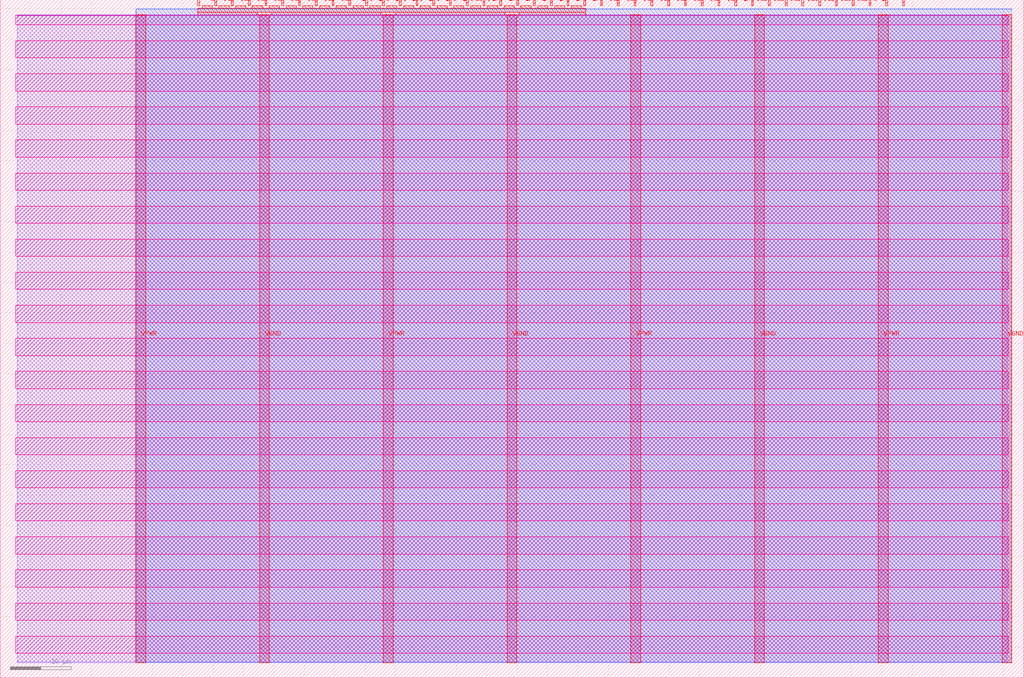
<source format=lef>
VERSION 5.7 ;
  NOWIREEXTENSIONATPIN ON ;
  DIVIDERCHAR "/" ;
  BUSBITCHARS "[]" ;
MACRO tt_um_wokwi_380409086743445505
  CLASS BLOCK ;
  FOREIGN tt_um_wokwi_380409086743445505 ;
  ORIGIN 0.000 0.000 ;
  SIZE 168.360 BY 111.520 ;
  PIN VGND
    DIRECTION INOUT ;
    USE GROUND ;
    PORT
      LAYER met4 ;
        RECT 42.670 2.480 44.270 109.040 ;
    END
    PORT
      LAYER met4 ;
        RECT 83.380 2.480 84.980 109.040 ;
    END
    PORT
      LAYER met4 ;
        RECT 124.090 2.480 125.690 109.040 ;
    END
    PORT
      LAYER met4 ;
        RECT 164.800 2.480 166.400 109.040 ;
    END
  END VGND
  PIN VPWR
    DIRECTION INOUT ;
    USE POWER ;
    PORT
      LAYER met4 ;
        RECT 22.315 2.480 23.915 109.040 ;
    END
    PORT
      LAYER met4 ;
        RECT 63.025 2.480 64.625 109.040 ;
    END
    PORT
      LAYER met4 ;
        RECT 103.735 2.480 105.335 109.040 ;
    END
    PORT
      LAYER met4 ;
        RECT 144.445 2.480 146.045 109.040 ;
    END
  END VPWR
  PIN clk
    DIRECTION INPUT ;
    USE SIGNAL ;
    PORT
      LAYER met4 ;
        RECT 145.670 110.520 145.970 111.520 ;
    END
  END clk
  PIN ena
    DIRECTION INPUT ;
    USE SIGNAL ;
    PORT
      LAYER met4 ;
        RECT 148.430 110.520 148.730 111.520 ;
    END
  END ena
  PIN rst_n
    DIRECTION INPUT ;
    USE SIGNAL ;
    PORT
      LAYER met4 ;
        RECT 142.910 110.520 143.210 111.520 ;
    END
  END rst_n
  PIN ui_in[0]
    DIRECTION INPUT ;
    USE SIGNAL ;
    PORT
      LAYER met4 ;
        RECT 140.150 110.520 140.450 111.520 ;
    END
  END ui_in[0]
  PIN ui_in[1]
    DIRECTION INPUT ;
    USE SIGNAL ;
    PORT
      LAYER met4 ;
        RECT 137.390 110.520 137.690 111.520 ;
    END
  END ui_in[1]
  PIN ui_in[2]
    DIRECTION INPUT ;
    USE SIGNAL ;
    PORT
      LAYER met4 ;
        RECT 134.630 110.520 134.930 111.520 ;
    END
  END ui_in[2]
  PIN ui_in[3]
    DIRECTION INPUT ;
    USE SIGNAL ;
    PORT
      LAYER met4 ;
        RECT 131.870 110.520 132.170 111.520 ;
    END
  END ui_in[3]
  PIN ui_in[4]
    DIRECTION INPUT ;
    USE SIGNAL ;
    PORT
      LAYER met4 ;
        RECT 129.110 110.520 129.410 111.520 ;
    END
  END ui_in[4]
  PIN ui_in[5]
    DIRECTION INPUT ;
    USE SIGNAL ;
    PORT
      LAYER met4 ;
        RECT 126.350 110.520 126.650 111.520 ;
    END
  END ui_in[5]
  PIN ui_in[6]
    DIRECTION INPUT ;
    USE SIGNAL ;
    PORT
      LAYER met4 ;
        RECT 123.590 110.520 123.890 111.520 ;
    END
  END ui_in[6]
  PIN ui_in[7]
    DIRECTION INPUT ;
    USE SIGNAL ;
    PORT
      LAYER met4 ;
        RECT 120.830 110.520 121.130 111.520 ;
    END
  END ui_in[7]
  PIN uio_in[0]
    DIRECTION INPUT ;
    USE SIGNAL ;
    PORT
      LAYER met4 ;
        RECT 118.070 110.520 118.370 111.520 ;
    END
  END uio_in[0]
  PIN uio_in[1]
    DIRECTION INPUT ;
    USE SIGNAL ;
    PORT
      LAYER met4 ;
        RECT 115.310 110.520 115.610 111.520 ;
    END
  END uio_in[1]
  PIN uio_in[2]
    DIRECTION INPUT ;
    USE SIGNAL ;
    PORT
      LAYER met4 ;
        RECT 112.550 110.520 112.850 111.520 ;
    END
  END uio_in[2]
  PIN uio_in[3]
    DIRECTION INPUT ;
    USE SIGNAL ;
    PORT
      LAYER met4 ;
        RECT 109.790 110.520 110.090 111.520 ;
    END
  END uio_in[3]
  PIN uio_in[4]
    DIRECTION INPUT ;
    USE SIGNAL ;
    PORT
      LAYER met4 ;
        RECT 107.030 110.520 107.330 111.520 ;
    END
  END uio_in[4]
  PIN uio_in[5]
    DIRECTION INPUT ;
    USE SIGNAL ;
    PORT
      LAYER met4 ;
        RECT 104.270 110.520 104.570 111.520 ;
    END
  END uio_in[5]
  PIN uio_in[6]
    DIRECTION INPUT ;
    USE SIGNAL ;
    PORT
      LAYER met4 ;
        RECT 101.510 110.520 101.810 111.520 ;
    END
  END uio_in[6]
  PIN uio_in[7]
    DIRECTION INPUT ;
    USE SIGNAL ;
    PORT
      LAYER met4 ;
        RECT 98.750 110.520 99.050 111.520 ;
    END
  END uio_in[7]
  PIN uio_oe[0]
    DIRECTION OUTPUT TRISTATE ;
    USE SIGNAL ;
    PORT
      LAYER met4 ;
        RECT 51.830 110.520 52.130 111.520 ;
    END
  END uio_oe[0]
  PIN uio_oe[1]
    DIRECTION OUTPUT TRISTATE ;
    USE SIGNAL ;
    PORT
      LAYER met4 ;
        RECT 49.070 110.520 49.370 111.520 ;
    END
  END uio_oe[1]
  PIN uio_oe[2]
    DIRECTION OUTPUT TRISTATE ;
    USE SIGNAL ;
    PORT
      LAYER met4 ;
        RECT 46.310 110.520 46.610 111.520 ;
    END
  END uio_oe[2]
  PIN uio_oe[3]
    DIRECTION OUTPUT TRISTATE ;
    USE SIGNAL ;
    PORT
      LAYER met4 ;
        RECT 43.550 110.520 43.850 111.520 ;
    END
  END uio_oe[3]
  PIN uio_oe[4]
    DIRECTION OUTPUT TRISTATE ;
    USE SIGNAL ;
    PORT
      LAYER met4 ;
        RECT 40.790 110.520 41.090 111.520 ;
    END
  END uio_oe[4]
  PIN uio_oe[5]
    DIRECTION OUTPUT TRISTATE ;
    USE SIGNAL ;
    PORT
      LAYER met4 ;
        RECT 38.030 110.520 38.330 111.520 ;
    END
  END uio_oe[5]
  PIN uio_oe[6]
    DIRECTION OUTPUT TRISTATE ;
    USE SIGNAL ;
    PORT
      LAYER met4 ;
        RECT 35.270 110.520 35.570 111.520 ;
    END
  END uio_oe[6]
  PIN uio_oe[7]
    DIRECTION OUTPUT TRISTATE ;
    USE SIGNAL ;
    PORT
      LAYER met4 ;
        RECT 32.510 110.520 32.810 111.520 ;
    END
  END uio_oe[7]
  PIN uio_out[0]
    DIRECTION OUTPUT TRISTATE ;
    USE SIGNAL ;
    PORT
      LAYER met4 ;
        RECT 73.910 110.520 74.210 111.520 ;
    END
  END uio_out[0]
  PIN uio_out[1]
    DIRECTION OUTPUT TRISTATE ;
    USE SIGNAL ;
    PORT
      LAYER met4 ;
        RECT 71.150 110.520 71.450 111.520 ;
    END
  END uio_out[1]
  PIN uio_out[2]
    DIRECTION OUTPUT TRISTATE ;
    USE SIGNAL ;
    PORT
      LAYER met4 ;
        RECT 68.390 110.520 68.690 111.520 ;
    END
  END uio_out[2]
  PIN uio_out[3]
    DIRECTION OUTPUT TRISTATE ;
    USE SIGNAL ;
    PORT
      LAYER met4 ;
        RECT 65.630 110.520 65.930 111.520 ;
    END
  END uio_out[3]
  PIN uio_out[4]
    DIRECTION OUTPUT TRISTATE ;
    USE SIGNAL ;
    PORT
      LAYER met4 ;
        RECT 62.870 110.520 63.170 111.520 ;
    END
  END uio_out[4]
  PIN uio_out[5]
    DIRECTION OUTPUT TRISTATE ;
    USE SIGNAL ;
    PORT
      LAYER met4 ;
        RECT 60.110 110.520 60.410 111.520 ;
    END
  END uio_out[5]
  PIN uio_out[6]
    DIRECTION OUTPUT TRISTATE ;
    USE SIGNAL ;
    PORT
      LAYER met4 ;
        RECT 57.350 110.520 57.650 111.520 ;
    END
  END uio_out[6]
  PIN uio_out[7]
    DIRECTION OUTPUT TRISTATE ;
    USE SIGNAL ;
    PORT
      LAYER met4 ;
        RECT 54.590 110.520 54.890 111.520 ;
    END
  END uio_out[7]
  PIN uo_out[0]
    DIRECTION OUTPUT TRISTATE ;
    USE SIGNAL ;
    PORT
      LAYER met4 ;
        RECT 95.990 110.520 96.290 111.520 ;
    END
  END uo_out[0]
  PIN uo_out[1]
    DIRECTION OUTPUT TRISTATE ;
    USE SIGNAL ;
    PORT
      LAYER met4 ;
        RECT 93.230 110.520 93.530 111.520 ;
    END
  END uo_out[1]
  PIN uo_out[2]
    DIRECTION OUTPUT TRISTATE ;
    USE SIGNAL ;
    PORT
      LAYER met4 ;
        RECT 90.470 110.520 90.770 111.520 ;
    END
  END uo_out[2]
  PIN uo_out[3]
    DIRECTION OUTPUT TRISTATE ;
    USE SIGNAL ;
    PORT
      LAYER met4 ;
        RECT 87.710 110.520 88.010 111.520 ;
    END
  END uo_out[3]
  PIN uo_out[4]
    DIRECTION OUTPUT TRISTATE ;
    USE SIGNAL ;
    PORT
      LAYER met4 ;
        RECT 84.950 110.520 85.250 111.520 ;
    END
  END uo_out[4]
  PIN uo_out[5]
    DIRECTION OUTPUT TRISTATE ;
    USE SIGNAL ;
    PORT
      LAYER met4 ;
        RECT 82.190 110.520 82.490 111.520 ;
    END
  END uo_out[5]
  PIN uo_out[6]
    DIRECTION OUTPUT TRISTATE ;
    USE SIGNAL ;
    PORT
      LAYER met4 ;
        RECT 79.430 110.520 79.730 111.520 ;
    END
  END uo_out[6]
  PIN uo_out[7]
    DIRECTION OUTPUT TRISTATE ;
    USE SIGNAL ;
    PORT
      LAYER met4 ;
        RECT 76.670 110.520 76.970 111.520 ;
    END
  END uo_out[7]
  OBS
      LAYER nwell ;
        RECT 2.570 107.385 165.790 108.990 ;
        RECT 2.570 101.945 165.790 104.775 ;
        RECT 2.570 96.505 165.790 99.335 ;
        RECT 2.570 91.065 165.790 93.895 ;
        RECT 2.570 85.625 165.790 88.455 ;
        RECT 2.570 80.185 165.790 83.015 ;
        RECT 2.570 74.745 165.790 77.575 ;
        RECT 2.570 69.305 165.790 72.135 ;
        RECT 2.570 63.865 165.790 66.695 ;
        RECT 2.570 58.425 165.790 61.255 ;
        RECT 2.570 52.985 165.790 55.815 ;
        RECT 2.570 47.545 165.790 50.375 ;
        RECT 2.570 42.105 165.790 44.935 ;
        RECT 2.570 36.665 165.790 39.495 ;
        RECT 2.570 31.225 165.790 34.055 ;
        RECT 2.570 25.785 165.790 28.615 ;
        RECT 2.570 20.345 165.790 23.175 ;
        RECT 2.570 14.905 165.790 17.735 ;
        RECT 2.570 9.465 165.790 12.295 ;
        RECT 2.570 4.025 165.790 6.855 ;
      LAYER li1 ;
        RECT 2.760 2.635 165.600 108.885 ;
      LAYER met1 ;
        RECT 2.760 2.480 166.400 109.040 ;
      LAYER met2 ;
        RECT 22.345 2.535 166.370 110.005 ;
      LAYER met3 ;
        RECT 22.325 2.555 166.390 109.985 ;
      LAYER met4 ;
        RECT 33.210 110.120 34.870 110.520 ;
        RECT 35.970 110.120 37.630 110.520 ;
        RECT 38.730 110.120 40.390 110.520 ;
        RECT 41.490 110.120 43.150 110.520 ;
        RECT 44.250 110.120 45.910 110.520 ;
        RECT 47.010 110.120 48.670 110.520 ;
        RECT 49.770 110.120 51.430 110.520 ;
        RECT 52.530 110.120 54.190 110.520 ;
        RECT 55.290 110.120 56.950 110.520 ;
        RECT 58.050 110.120 59.710 110.520 ;
        RECT 60.810 110.120 62.470 110.520 ;
        RECT 63.570 110.120 65.230 110.520 ;
        RECT 66.330 110.120 67.990 110.520 ;
        RECT 69.090 110.120 70.750 110.520 ;
        RECT 71.850 110.120 73.510 110.520 ;
        RECT 74.610 110.120 76.270 110.520 ;
        RECT 77.370 110.120 79.030 110.520 ;
        RECT 80.130 110.120 81.790 110.520 ;
        RECT 82.890 110.120 84.550 110.520 ;
        RECT 85.650 110.120 87.310 110.520 ;
        RECT 88.410 110.120 90.070 110.520 ;
        RECT 91.170 110.120 92.830 110.520 ;
        RECT 93.930 110.120 95.590 110.520 ;
        RECT 32.495 109.440 96.305 110.120 ;
        RECT 32.495 108.975 42.270 109.440 ;
        RECT 44.670 108.975 62.625 109.440 ;
        RECT 65.025 108.975 82.980 109.440 ;
        RECT 85.380 108.975 96.305 109.440 ;
  END
END tt_um_wokwi_380409086743445505
END LIBRARY


</source>
